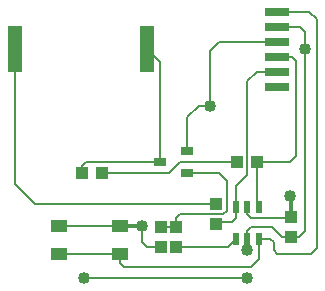
<source format=gbr>
G04 DipTrace 2.4.0.2*
%INTop.gbr*%
%MOIN*%
%ADD13C,0.008*%
%ADD14C,0.013*%
%ADD16R,0.0394X0.0433*%
%ADD17R,0.0787X0.0315*%
%ADD18R,0.0433X0.0394*%
%ADD20R,0.0413X0.0256*%
%ADD21R,0.0571X0.0394*%
%ADD22R,0.0236X0.0433*%
%ADD23R,0.0472X0.1575*%
%ADD24C,0.04*%
%FSLAX44Y44*%
G04*
G70*
G90*
G75*
G01*
%LNTop*%
%LPD*%
X2502Y-2500D2*
D13*
Y-2873D1*
X2375Y-3000D1*
X1919D1*
X1835Y-3085D1*
X3875Y2000D2*
X3187D1*
X2875Y1688D1*
Y-1438D1*
X2500Y-1812D1*
Y-2498D1*
X2502Y-2500D1*
X1835Y-2415D2*
X-4210D1*
X-4875Y-1750D1*
Y2750D1*
X-3403Y-3125D2*
X-1375D1*
X4335Y-2853D2*
D14*
Y-2147D1*
X4312Y-2125D1*
X-1375Y-3125D2*
X-625D1*
X875Y-627D2*
D13*
Y500D1*
X1250Y875D1*
X1625D1*
X0Y-3835D2*
X-478D1*
X-625Y-3687D1*
Y-3125D1*
X4335Y-2853D2*
Y-2875D1*
X3000D1*
X2876Y-2751D1*
Y-2500D1*
X3875Y3000D2*
X1937D1*
X1625Y2688D1*
Y875D1*
X4335Y-3522D2*
X4022D1*
X3687Y-3187D1*
X3000D1*
X2875Y-3312D1*
Y-3562D1*
X2876Y-3563D1*
X4335Y-3522D2*
X4603D1*
X4813Y-3312D1*
Y2750D1*
X3875Y3500D2*
X4625D1*
X4813Y3312D1*
Y2750D1*
X-2563Y-4875D2*
X2875D1*
Y-3938D2*
Y-3564D1*
X3210Y-1000D2*
Y-2500D1*
X3250D1*
X3875Y2500D2*
X4375D1*
X4500Y2375D1*
Y-812D1*
X4312Y-1000D1*
X3210D1*
X-3403Y-4070D2*
X-1375D1*
X3250Y-3563D2*
Y-4250D1*
X3000Y-4500D1*
X-1250D1*
X-1375Y-4375D1*
Y-4070D1*
X3875Y4000D2*
X4938D1*
X5188Y3750D1*
Y-3875D1*
X5000Y-4062D1*
X3875D1*
X3750Y-3937D1*
Y-3688D1*
X3625Y-3563D1*
X3250D1*
X2540Y-1000D2*
X625D1*
X250Y-1375D1*
X-1956D1*
X875D2*
X1938D1*
X2188Y-1625D1*
Y-2625D1*
X2063Y-2750D1*
X625D1*
X500Y-2875D1*
Y-3165D1*
X0D1*
X500Y-3835D2*
X2230D1*
X2502Y-3563D1*
X-31Y-1001D2*
Y2315D1*
X-466Y2750D1*
X-31Y-1001D2*
X-2501D1*
X-2625Y-1125D1*
Y-1375D1*
D24*
X4813Y2750D3*
X-2563Y-4875D3*
X2875D3*
Y-3938D3*
X1625Y875D3*
X-625Y-3125D3*
X4312Y-2125D3*
D16*
X4335Y-3522D3*
Y-2853D3*
D17*
X3875Y4000D3*
Y3500D3*
Y3000D3*
Y2500D3*
Y2000D3*
Y1500D3*
D18*
X-2625Y-1375D3*
X-1956D3*
D20*
X875D3*
Y-627D3*
X-31Y-1001D3*
D16*
X1835Y-2415D3*
Y-3085D3*
D18*
X2540Y-1000D3*
X3210D3*
D16*
X500Y-3165D3*
Y-3835D3*
X0D3*
Y-3165D3*
D21*
X-1375Y-3125D3*
X-3403D3*
Y-4070D3*
X-1375D3*
D22*
X3250Y-2500D3*
X2876D3*
X2502D3*
Y-3563D3*
X2876D3*
X3250D3*
D23*
X-4875Y2750D3*
X-466D3*
M02*

</source>
